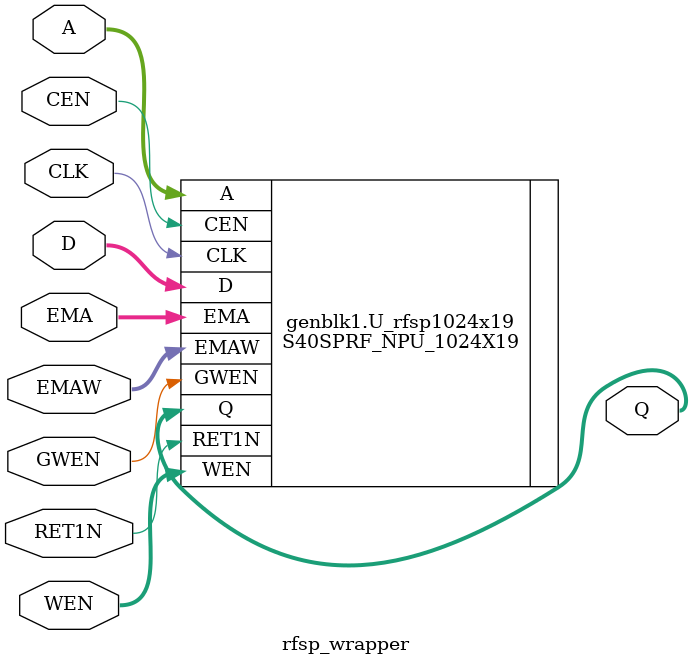
<source format=v>

`define RFSP_IO_CONN \
.Q(Q), \
.CLK(CLK), \
.CEN(CEN), \
.WEN(WEN), \
.A(A), \
.D(D), \
.EMA(EMA), \
.EMAW(EMAW), \
.GWEN(GWEN), \
.RET1N(RET1N)

module rfsp_wrapper
#(
  parameter WORDSWD = 10,
  parameter BITS = 19
)
(
  output [BITS-1:0] Q,
  input  CLK,
  input  CEN,
  input [BITS-1:0] WEN,
  input [WORDSWD-1:0] A,
  input [BITS-1:0] D,
  input [2:0] EMA,
  input [1:0] EMAW,
  input  GWEN,
  input  RET1N
);
`ifdef XDEBUG
initial begin
$display("[xDEBUG] %tns, %m, WORDSWD=%d, BITS=%d", $time, WORDSWD, BITS);
end
`endif
generate 
if(WORDSWD==10 && BITS==19)
S40SPRF_NPU_1024X19 
U_rfsp1024x19 (
`RFSP_IO_CONN
);
if(WORDSWD==9 && BITS==128)
rfsp512x128 
U_rfsp512x128 (
`RFSP_IO_CONN
);
if(WORDSWD==7 && BITS==128)
S40SPRF_NPU_128X128
U_rfsp128x128 (
`RFSP_IO_CONN
);

endgenerate


endmodule


</source>
